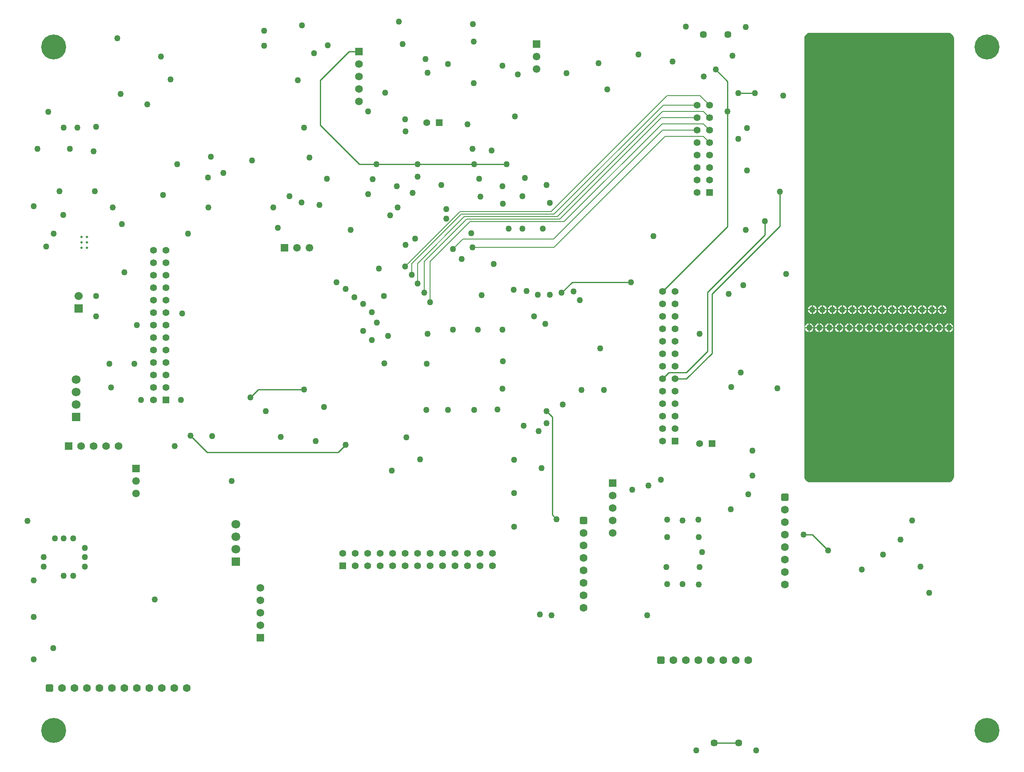
<source format=gbr>
G04*
G04 #@! TF.GenerationSoftware,Altium Limited,Altium Designer,23.9.2 (47)*
G04*
G04 Layer_Physical_Order=2*
G04 Layer_Color=6736896*
%FSLAX44Y44*%
%MOMM*%
G71*
G04*
G04 #@! TF.SameCoordinates,8F5B2CAB-9582-47EE-AD33-95BA57DA0C1B*
G04*
G04*
G04 #@! TF.FilePolarity,Positive*
G04*
G01*
G75*
%ADD141C,1.5700*%
%ADD142R,1.5700X1.5700*%
%ADD143R,1.5700X1.5700*%
%ADD149C,1.6700*%
%ADD150R,1.6700X1.6700*%
%ADD153R,1.3900X1.3900*%
%ADD154R,1.3890X1.3890*%
%ADD155C,1.3890*%
%ADD156R,1.3900X1.3900*%
%ADD164C,1.3900*%
%ADD165C,0.2540*%
%ADD172C,0.1270*%
%ADD173C,1.4500*%
%ADD174C,1.6000*%
G04:AMPARAMS|DCode=175|XSize=1.6mm|YSize=1.6mm|CornerRadius=0.4mm|HoleSize=0mm|Usage=FLASHONLY|Rotation=0.000|XOffset=0mm|YOffset=0mm|HoleType=Round|Shape=RoundedRectangle|*
%AMROUNDEDRECTD175*
21,1,1.6000,0.8000,0,0,0.0*
21,1,0.8000,1.6000,0,0,0.0*
1,1,0.8000,0.4000,-0.4000*
1,1,0.8000,-0.4000,-0.4000*
1,1,0.8000,-0.4000,0.4000*
1,1,0.8000,0.4000,0.4000*
%
%ADD175ROUNDEDRECTD175*%
G04:AMPARAMS|DCode=176|XSize=1.6mm|YSize=1.6mm|CornerRadius=0.4mm|HoleSize=0mm|Usage=FLASHONLY|Rotation=270.000|XOffset=0mm|YOffset=0mm|HoleType=Round|Shape=RoundedRectangle|*
%AMROUNDEDRECTD176*
21,1,1.6000,0.8000,0,0,270.0*
21,1,0.8000,1.6000,0,0,270.0*
1,1,0.8000,-0.4000,-0.4000*
1,1,0.8000,-0.4000,0.4000*
1,1,0.8000,0.4000,0.4000*
1,1,0.8000,0.4000,-0.4000*
%
%ADD176ROUNDEDRECTD176*%
%ADD177C,5.0800*%
%ADD178R,1.4000X1.4000*%
%ADD179C,1.4000*%
%ADD180R,1.8000X1.8000*%
%ADD181C,1.8000*%
%ADD182R,1.5500X1.5500*%
%ADD183C,1.5500*%
%ADD184R,1.5500X1.5500*%
%ADD185C,1.2700*%
%ADD186C,0.5000*%
G36*
X2520950Y1741170D02*
Y1741170D01*
X2522201Y1741170D01*
X2524654Y1740682D01*
X2526966Y1739724D01*
X2529046Y1738335D01*
X2530815Y1736566D01*
X2532205Y1734486D01*
X2533162Y1732174D01*
X2533650Y1729721D01*
X2533650Y1728470D01*
X2533650Y838200D01*
X2533650Y838200D01*
Y836949D01*
X2533162Y834495D01*
X2532204Y832184D01*
X2530815Y830104D01*
X2529046Y828335D01*
X2526966Y826945D01*
X2524654Y825988D01*
X2522201Y825500D01*
X2240299D01*
X2237845Y825988D01*
X2235534Y826945D01*
X2233454Y828335D01*
X2231685Y830104D01*
X2230295Y832184D01*
X2229338Y834495D01*
X2228850Y836949D01*
Y838200D01*
Y1728470D01*
Y1729721D01*
X2229338Y1732174D01*
X2230295Y1734486D01*
X2231685Y1736566D01*
X2233454Y1738335D01*
X2235534Y1739725D01*
X2237845Y1740682D01*
X2240299Y1741170D01*
X2520950D01*
X2520950Y1741170D01*
D02*
G37*
%LPC*%
G36*
X2510790Y1186153D02*
Y1178560D01*
X2518383D01*
X2517804Y1180721D01*
X2516634Y1182749D01*
X2514979Y1184404D01*
X2512951Y1185574D01*
X2510790Y1186153D01*
D02*
G37*
G36*
X2508250D02*
X2506089Y1185574D01*
X2504061Y1184404D01*
X2502406Y1182749D01*
X2501236Y1180721D01*
X2500657Y1178560D01*
X2508250D01*
Y1186153D01*
D02*
G37*
G36*
X2490470D02*
Y1178560D01*
X2498063D01*
X2497484Y1180721D01*
X2496314Y1182749D01*
X2494659Y1184404D01*
X2492631Y1185574D01*
X2490470Y1186153D01*
D02*
G37*
G36*
X2487930D02*
X2485769Y1185574D01*
X2483741Y1184404D01*
X2482086Y1182749D01*
X2480916Y1180721D01*
X2480337Y1178560D01*
X2487930D01*
Y1186153D01*
D02*
G37*
G36*
X2470150D02*
Y1178560D01*
X2477743D01*
X2477164Y1180721D01*
X2475994Y1182749D01*
X2474339Y1184404D01*
X2472311Y1185574D01*
X2470150Y1186153D01*
D02*
G37*
G36*
X2467610D02*
X2465449Y1185574D01*
X2463421Y1184404D01*
X2461766Y1182749D01*
X2460596Y1180721D01*
X2460017Y1178560D01*
X2467610D01*
Y1186153D01*
D02*
G37*
G36*
X2449830D02*
Y1178560D01*
X2457423D01*
X2456844Y1180721D01*
X2455674Y1182749D01*
X2454019Y1184404D01*
X2451991Y1185574D01*
X2449830Y1186153D01*
D02*
G37*
G36*
X2447290D02*
X2445129Y1185574D01*
X2443101Y1184404D01*
X2441446Y1182749D01*
X2440276Y1180721D01*
X2439697Y1178560D01*
X2447290D01*
Y1186153D01*
D02*
G37*
G36*
X2429510D02*
Y1178560D01*
X2437103D01*
X2436524Y1180721D01*
X2435354Y1182749D01*
X2433699Y1184404D01*
X2431671Y1185574D01*
X2429510Y1186153D01*
D02*
G37*
G36*
X2426970D02*
X2424809Y1185574D01*
X2422781Y1184404D01*
X2421126Y1182749D01*
X2419956Y1180721D01*
X2419377Y1178560D01*
X2426970D01*
Y1186153D01*
D02*
G37*
G36*
X2409190D02*
Y1178560D01*
X2416783D01*
X2416204Y1180721D01*
X2415034Y1182749D01*
X2413379Y1184404D01*
X2411351Y1185574D01*
X2409190Y1186153D01*
D02*
G37*
G36*
X2406650D02*
X2404489Y1185574D01*
X2402461Y1184404D01*
X2400806Y1182749D01*
X2399636Y1180721D01*
X2399057Y1178560D01*
X2406650D01*
Y1186153D01*
D02*
G37*
G36*
X2388870D02*
Y1178560D01*
X2396463D01*
X2395884Y1180721D01*
X2394714Y1182749D01*
X2393059Y1184404D01*
X2391031Y1185574D01*
X2388870Y1186153D01*
D02*
G37*
G36*
X2386330D02*
X2384169Y1185574D01*
X2382141Y1184404D01*
X2380486Y1182749D01*
X2379316Y1180721D01*
X2378737Y1178560D01*
X2386330D01*
Y1186153D01*
D02*
G37*
G36*
X2368550D02*
Y1178560D01*
X2376143D01*
X2375564Y1180721D01*
X2374394Y1182749D01*
X2372739Y1184404D01*
X2370711Y1185574D01*
X2368550Y1186153D01*
D02*
G37*
G36*
X2366010D02*
X2363849Y1185574D01*
X2361821Y1184404D01*
X2360166Y1182749D01*
X2358996Y1180721D01*
X2358417Y1178560D01*
X2366010D01*
Y1186153D01*
D02*
G37*
G36*
X2348230D02*
Y1178560D01*
X2355823D01*
X2355244Y1180721D01*
X2354074Y1182749D01*
X2352419Y1184404D01*
X2350391Y1185574D01*
X2348230Y1186153D01*
D02*
G37*
G36*
X2345690D02*
X2343529Y1185574D01*
X2341501Y1184404D01*
X2339846Y1182749D01*
X2338676Y1180721D01*
X2338097Y1178560D01*
X2345690D01*
Y1186153D01*
D02*
G37*
G36*
X2327910D02*
Y1178560D01*
X2335503D01*
X2334924Y1180721D01*
X2333754Y1182749D01*
X2332099Y1184404D01*
X2330071Y1185574D01*
X2327910Y1186153D01*
D02*
G37*
G36*
X2325370D02*
X2323209Y1185574D01*
X2321181Y1184404D01*
X2319526Y1182749D01*
X2318356Y1180721D01*
X2317777Y1178560D01*
X2325370D01*
Y1186153D01*
D02*
G37*
G36*
X2307590D02*
Y1178560D01*
X2315183D01*
X2314604Y1180721D01*
X2313434Y1182749D01*
X2311779Y1184404D01*
X2309751Y1185574D01*
X2307590Y1186153D01*
D02*
G37*
G36*
X2305050D02*
X2302889Y1185574D01*
X2300861Y1184404D01*
X2299206Y1182749D01*
X2298036Y1180721D01*
X2297457Y1178560D01*
X2305050D01*
Y1186153D01*
D02*
G37*
G36*
X2287270D02*
Y1178560D01*
X2294863D01*
X2294284Y1180721D01*
X2293114Y1182749D01*
X2291459Y1184404D01*
X2289431Y1185574D01*
X2287270Y1186153D01*
D02*
G37*
G36*
X2284730D02*
X2282569Y1185574D01*
X2280541Y1184404D01*
X2278886Y1182749D01*
X2277716Y1180721D01*
X2277137Y1178560D01*
X2284730D01*
Y1186153D01*
D02*
G37*
G36*
X2266950D02*
Y1178560D01*
X2274543D01*
X2273964Y1180721D01*
X2272794Y1182749D01*
X2271139Y1184404D01*
X2269111Y1185574D01*
X2266950Y1186153D01*
D02*
G37*
G36*
X2264410D02*
X2262249Y1185574D01*
X2260221Y1184404D01*
X2258566Y1182749D01*
X2257396Y1180721D01*
X2256817Y1178560D01*
X2264410D01*
Y1186153D01*
D02*
G37*
G36*
X2246630D02*
Y1178560D01*
X2254223D01*
X2253644Y1180721D01*
X2252474Y1182749D01*
X2250819Y1184404D01*
X2248791Y1185574D01*
X2246630Y1186153D01*
D02*
G37*
G36*
X2244090D02*
X2241929Y1185574D01*
X2239901Y1184404D01*
X2238246Y1182749D01*
X2237076Y1180721D01*
X2236497Y1178560D01*
X2244090D01*
Y1186153D01*
D02*
G37*
G36*
X2518383Y1176020D02*
X2510790D01*
Y1168427D01*
X2512951Y1169006D01*
X2514979Y1170176D01*
X2516634Y1171831D01*
X2517804Y1173859D01*
X2518383Y1176020D01*
D02*
G37*
G36*
X2508250D02*
X2500657D01*
X2501236Y1173859D01*
X2502406Y1171831D01*
X2504061Y1170176D01*
X2506089Y1169006D01*
X2508250Y1168427D01*
Y1176020D01*
D02*
G37*
G36*
X2498063D02*
X2490470D01*
Y1168427D01*
X2492631Y1169006D01*
X2494659Y1170176D01*
X2496314Y1171831D01*
X2497484Y1173859D01*
X2498063Y1176020D01*
D02*
G37*
G36*
X2487930D02*
X2480337D01*
X2480916Y1173859D01*
X2482086Y1171831D01*
X2483741Y1170176D01*
X2485769Y1169006D01*
X2487930Y1168427D01*
Y1176020D01*
D02*
G37*
G36*
X2477743D02*
X2470150D01*
Y1168427D01*
X2472311Y1169006D01*
X2474339Y1170176D01*
X2475994Y1171831D01*
X2477164Y1173859D01*
X2477743Y1176020D01*
D02*
G37*
G36*
X2467610D02*
X2460017D01*
X2460596Y1173859D01*
X2461766Y1171831D01*
X2463421Y1170176D01*
X2465449Y1169006D01*
X2467610Y1168427D01*
Y1176020D01*
D02*
G37*
G36*
X2457423D02*
X2449830D01*
Y1168427D01*
X2451991Y1169006D01*
X2454019Y1170176D01*
X2455674Y1171831D01*
X2456844Y1173859D01*
X2457423Y1176020D01*
D02*
G37*
G36*
X2447290D02*
X2439697D01*
X2440276Y1173859D01*
X2441446Y1171831D01*
X2443101Y1170176D01*
X2445129Y1169006D01*
X2447290Y1168427D01*
Y1176020D01*
D02*
G37*
G36*
X2437103D02*
X2429510D01*
Y1168427D01*
X2431671Y1169006D01*
X2433699Y1170176D01*
X2435354Y1171831D01*
X2436524Y1173859D01*
X2437103Y1176020D01*
D02*
G37*
G36*
X2426970D02*
X2419377D01*
X2419956Y1173859D01*
X2421126Y1171831D01*
X2422781Y1170176D01*
X2424809Y1169006D01*
X2426970Y1168427D01*
Y1176020D01*
D02*
G37*
G36*
X2416783D02*
X2409190D01*
Y1168427D01*
X2411351Y1169006D01*
X2413379Y1170176D01*
X2415034Y1171831D01*
X2416204Y1173859D01*
X2416783Y1176020D01*
D02*
G37*
G36*
X2406650D02*
X2399057D01*
X2399636Y1173859D01*
X2400806Y1171831D01*
X2402461Y1170176D01*
X2404489Y1169006D01*
X2406650Y1168427D01*
Y1176020D01*
D02*
G37*
G36*
X2396463D02*
X2388870D01*
Y1168427D01*
X2391031Y1169006D01*
X2393059Y1170176D01*
X2394714Y1171831D01*
X2395884Y1173859D01*
X2396463Y1176020D01*
D02*
G37*
G36*
X2386330D02*
X2378737D01*
X2379316Y1173859D01*
X2380486Y1171831D01*
X2382141Y1170176D01*
X2384169Y1169006D01*
X2386330Y1168427D01*
Y1176020D01*
D02*
G37*
G36*
X2376143D02*
X2368550D01*
Y1168427D01*
X2370711Y1169006D01*
X2372739Y1170176D01*
X2374394Y1171831D01*
X2375564Y1173859D01*
X2376143Y1176020D01*
D02*
G37*
G36*
X2366010D02*
X2358417D01*
X2358996Y1173859D01*
X2360166Y1171831D01*
X2361821Y1170176D01*
X2363849Y1169006D01*
X2366010Y1168427D01*
Y1176020D01*
D02*
G37*
G36*
X2355823D02*
X2348230D01*
Y1168427D01*
X2350391Y1169006D01*
X2352419Y1170176D01*
X2354074Y1171831D01*
X2355244Y1173859D01*
X2355823Y1176020D01*
D02*
G37*
G36*
X2345690D02*
X2338097D01*
X2338676Y1173859D01*
X2339846Y1171831D01*
X2341501Y1170176D01*
X2343529Y1169006D01*
X2345690Y1168427D01*
Y1176020D01*
D02*
G37*
G36*
X2335503D02*
X2327910D01*
Y1168427D01*
X2330071Y1169006D01*
X2332099Y1170176D01*
X2333754Y1171831D01*
X2334924Y1173859D01*
X2335503Y1176020D01*
D02*
G37*
G36*
X2325370D02*
X2317777D01*
X2318356Y1173859D01*
X2319526Y1171831D01*
X2321181Y1170176D01*
X2323209Y1169006D01*
X2325370Y1168427D01*
Y1176020D01*
D02*
G37*
G36*
X2315183D02*
X2307590D01*
Y1168427D01*
X2309751Y1169006D01*
X2311779Y1170176D01*
X2313434Y1171831D01*
X2314604Y1173859D01*
X2315183Y1176020D01*
D02*
G37*
G36*
X2305050D02*
X2297457D01*
X2298036Y1173859D01*
X2299206Y1171831D01*
X2300861Y1170176D01*
X2302889Y1169006D01*
X2305050Y1168427D01*
Y1176020D01*
D02*
G37*
G36*
X2294863D02*
X2287270D01*
Y1168427D01*
X2289431Y1169006D01*
X2291459Y1170176D01*
X2293114Y1171831D01*
X2294284Y1173859D01*
X2294863Y1176020D01*
D02*
G37*
G36*
X2284730D02*
X2277137D01*
X2277716Y1173859D01*
X2278886Y1171831D01*
X2280541Y1170176D01*
X2282569Y1169006D01*
X2284730Y1168427D01*
Y1176020D01*
D02*
G37*
G36*
X2274543D02*
X2266950D01*
Y1168427D01*
X2269111Y1169006D01*
X2271139Y1170176D01*
X2272794Y1171831D01*
X2273964Y1173859D01*
X2274543Y1176020D01*
D02*
G37*
G36*
X2264410D02*
X2256817D01*
X2257396Y1173859D01*
X2258566Y1171831D01*
X2260221Y1170176D01*
X2262249Y1169006D01*
X2264410Y1168427D01*
Y1176020D01*
D02*
G37*
G36*
X2254223D02*
X2246630D01*
Y1168427D01*
X2248791Y1169006D01*
X2250819Y1170176D01*
X2252474Y1171831D01*
X2253644Y1173859D01*
X2254223Y1176020D01*
D02*
G37*
G36*
X2244090D02*
X2236497D01*
X2237076Y1173859D01*
X2238246Y1171831D01*
X2239901Y1170176D01*
X2241929Y1169006D01*
X2244090Y1168427D01*
Y1176020D01*
D02*
G37*
G36*
X2524760Y1149323D02*
Y1141730D01*
X2532353D01*
X2531774Y1143891D01*
X2530604Y1145919D01*
X2528949Y1147574D01*
X2526921Y1148744D01*
X2524760Y1149323D01*
D02*
G37*
G36*
X2522220D02*
X2520059Y1148744D01*
X2518031Y1147574D01*
X2516376Y1145919D01*
X2515206Y1143891D01*
X2514627Y1141730D01*
X2522220D01*
Y1149323D01*
D02*
G37*
G36*
X2504440D02*
Y1141730D01*
X2512033D01*
X2511454Y1143891D01*
X2510284Y1145919D01*
X2508629Y1147574D01*
X2506601Y1148744D01*
X2504440Y1149323D01*
D02*
G37*
G36*
X2501900D02*
X2499739Y1148744D01*
X2497711Y1147574D01*
X2496056Y1145919D01*
X2494886Y1143891D01*
X2494307Y1141730D01*
X2501900D01*
Y1149323D01*
D02*
G37*
G36*
X2484120D02*
Y1141730D01*
X2491713D01*
X2491134Y1143891D01*
X2489964Y1145919D01*
X2488309Y1147574D01*
X2486281Y1148744D01*
X2484120Y1149323D01*
D02*
G37*
G36*
X2481580D02*
X2479419Y1148744D01*
X2477391Y1147574D01*
X2475736Y1145919D01*
X2474566Y1143891D01*
X2473987Y1141730D01*
X2481580D01*
Y1149323D01*
D02*
G37*
G36*
X2463800D02*
Y1141730D01*
X2471393D01*
X2470814Y1143891D01*
X2469644Y1145919D01*
X2467989Y1147574D01*
X2465961Y1148744D01*
X2463800Y1149323D01*
D02*
G37*
G36*
X2461260D02*
X2459099Y1148744D01*
X2457071Y1147574D01*
X2455416Y1145919D01*
X2454246Y1143891D01*
X2453667Y1141730D01*
X2461260D01*
Y1149323D01*
D02*
G37*
G36*
X2443480D02*
Y1141730D01*
X2451073D01*
X2450494Y1143891D01*
X2449324Y1145919D01*
X2447669Y1147574D01*
X2445641Y1148744D01*
X2443480Y1149323D01*
D02*
G37*
G36*
X2440940D02*
X2438779Y1148744D01*
X2436751Y1147574D01*
X2435096Y1145919D01*
X2433926Y1143891D01*
X2433347Y1141730D01*
X2440940D01*
Y1149323D01*
D02*
G37*
G36*
X2423160D02*
Y1141730D01*
X2430753D01*
X2430174Y1143891D01*
X2429004Y1145919D01*
X2427349Y1147574D01*
X2425321Y1148744D01*
X2423160Y1149323D01*
D02*
G37*
G36*
X2420620D02*
X2418459Y1148744D01*
X2416431Y1147574D01*
X2414776Y1145919D01*
X2413606Y1143891D01*
X2413027Y1141730D01*
X2420620D01*
Y1149323D01*
D02*
G37*
G36*
X2402840D02*
Y1141730D01*
X2410433D01*
X2409854Y1143891D01*
X2408684Y1145919D01*
X2407029Y1147574D01*
X2405001Y1148744D01*
X2402840Y1149323D01*
D02*
G37*
G36*
X2400300D02*
X2398139Y1148744D01*
X2396111Y1147574D01*
X2394456Y1145919D01*
X2393286Y1143891D01*
X2392707Y1141730D01*
X2400300D01*
Y1149323D01*
D02*
G37*
G36*
X2382520D02*
Y1141730D01*
X2390113D01*
X2389534Y1143891D01*
X2388364Y1145919D01*
X2386709Y1147574D01*
X2384681Y1148744D01*
X2382520Y1149323D01*
D02*
G37*
G36*
X2379980D02*
X2377819Y1148744D01*
X2375791Y1147574D01*
X2374136Y1145919D01*
X2372966Y1143891D01*
X2372387Y1141730D01*
X2379980D01*
Y1149323D01*
D02*
G37*
G36*
X2362200D02*
Y1141730D01*
X2369793D01*
X2369214Y1143891D01*
X2368044Y1145919D01*
X2366389Y1147574D01*
X2364361Y1148744D01*
X2362200Y1149323D01*
D02*
G37*
G36*
X2359660D02*
X2357499Y1148744D01*
X2355471Y1147574D01*
X2353816Y1145919D01*
X2352646Y1143891D01*
X2352067Y1141730D01*
X2359660D01*
Y1149323D01*
D02*
G37*
G36*
X2341880D02*
Y1141730D01*
X2349473D01*
X2348894Y1143891D01*
X2347724Y1145919D01*
X2346069Y1147574D01*
X2344041Y1148744D01*
X2341880Y1149323D01*
D02*
G37*
G36*
X2339340D02*
X2337179Y1148744D01*
X2335151Y1147574D01*
X2333496Y1145919D01*
X2332326Y1143891D01*
X2331747Y1141730D01*
X2339340D01*
Y1149323D01*
D02*
G37*
G36*
X2321560D02*
Y1141730D01*
X2329153D01*
X2328574Y1143891D01*
X2327404Y1145919D01*
X2325749Y1147574D01*
X2323721Y1148744D01*
X2321560Y1149323D01*
D02*
G37*
G36*
X2319020D02*
X2316859Y1148744D01*
X2314831Y1147574D01*
X2313176Y1145919D01*
X2312006Y1143891D01*
X2311427Y1141730D01*
X2319020D01*
Y1149323D01*
D02*
G37*
G36*
X2301240D02*
Y1141730D01*
X2308833D01*
X2308254Y1143891D01*
X2307084Y1145919D01*
X2305429Y1147574D01*
X2303401Y1148744D01*
X2301240Y1149323D01*
D02*
G37*
G36*
X2298700D02*
X2296539Y1148744D01*
X2294511Y1147574D01*
X2292856Y1145919D01*
X2291686Y1143891D01*
X2291107Y1141730D01*
X2298700D01*
Y1149323D01*
D02*
G37*
G36*
X2280920D02*
Y1141730D01*
X2288513D01*
X2287934Y1143891D01*
X2286764Y1145919D01*
X2285109Y1147574D01*
X2283081Y1148744D01*
X2280920Y1149323D01*
D02*
G37*
G36*
X2278380D02*
X2276219Y1148744D01*
X2274191Y1147574D01*
X2272536Y1145919D01*
X2271366Y1143891D01*
X2270787Y1141730D01*
X2278380D01*
Y1149323D01*
D02*
G37*
G36*
X2260600D02*
Y1141730D01*
X2268193D01*
X2267614Y1143891D01*
X2266444Y1145919D01*
X2264789Y1147574D01*
X2262761Y1148744D01*
X2260600Y1149323D01*
D02*
G37*
G36*
X2258060D02*
X2255899Y1148744D01*
X2253871Y1147574D01*
X2252216Y1145919D01*
X2251046Y1143891D01*
X2250467Y1141730D01*
X2258060D01*
Y1149323D01*
D02*
G37*
G36*
X2240280D02*
Y1141730D01*
X2247873D01*
X2247294Y1143891D01*
X2246124Y1145919D01*
X2244469Y1147574D01*
X2242441Y1148744D01*
X2240280Y1149323D01*
D02*
G37*
G36*
X2237740D02*
X2235579Y1148744D01*
X2233551Y1147574D01*
X2231896Y1145919D01*
X2230726Y1143891D01*
X2230147Y1141730D01*
X2237740D01*
Y1149323D01*
D02*
G37*
G36*
X2532353Y1139190D02*
X2524760D01*
Y1131597D01*
X2526921Y1132176D01*
X2528949Y1133346D01*
X2530604Y1135001D01*
X2531774Y1137029D01*
X2532353Y1139190D01*
D02*
G37*
G36*
X2522220D02*
X2514627D01*
X2515206Y1137029D01*
X2516376Y1135001D01*
X2518031Y1133346D01*
X2520059Y1132176D01*
X2522220Y1131597D01*
Y1139190D01*
D02*
G37*
G36*
X2512033D02*
X2504440D01*
Y1131597D01*
X2506601Y1132176D01*
X2508629Y1133346D01*
X2510284Y1135001D01*
X2511454Y1137029D01*
X2512033Y1139190D01*
D02*
G37*
G36*
X2501900D02*
X2494307D01*
X2494886Y1137029D01*
X2496056Y1135001D01*
X2497711Y1133346D01*
X2499739Y1132176D01*
X2501900Y1131597D01*
Y1139190D01*
D02*
G37*
G36*
X2491713D02*
X2484120D01*
Y1131597D01*
X2486281Y1132176D01*
X2488309Y1133346D01*
X2489964Y1135001D01*
X2491134Y1137029D01*
X2491713Y1139190D01*
D02*
G37*
G36*
X2481580D02*
X2473987D01*
X2474566Y1137029D01*
X2475736Y1135001D01*
X2477391Y1133346D01*
X2479419Y1132176D01*
X2481580Y1131597D01*
Y1139190D01*
D02*
G37*
G36*
X2471393D02*
X2463800D01*
Y1131597D01*
X2465961Y1132176D01*
X2467989Y1133346D01*
X2469644Y1135001D01*
X2470814Y1137029D01*
X2471393Y1139190D01*
D02*
G37*
G36*
X2461260D02*
X2453667D01*
X2454246Y1137029D01*
X2455416Y1135001D01*
X2457071Y1133346D01*
X2459099Y1132176D01*
X2461260Y1131597D01*
Y1139190D01*
D02*
G37*
G36*
X2451073D02*
X2443480D01*
Y1131597D01*
X2445641Y1132176D01*
X2447669Y1133346D01*
X2449324Y1135001D01*
X2450494Y1137029D01*
X2451073Y1139190D01*
D02*
G37*
G36*
X2440940D02*
X2433347D01*
X2433926Y1137029D01*
X2435096Y1135001D01*
X2436751Y1133346D01*
X2438779Y1132176D01*
X2440940Y1131597D01*
Y1139190D01*
D02*
G37*
G36*
X2430753D02*
X2423160D01*
Y1131597D01*
X2425321Y1132176D01*
X2427349Y1133346D01*
X2429004Y1135001D01*
X2430174Y1137029D01*
X2430753Y1139190D01*
D02*
G37*
G36*
X2420620D02*
X2413027D01*
X2413606Y1137029D01*
X2414776Y1135001D01*
X2416431Y1133346D01*
X2418459Y1132176D01*
X2420620Y1131597D01*
Y1139190D01*
D02*
G37*
G36*
X2410433D02*
X2402840D01*
Y1131597D01*
X2405001Y1132176D01*
X2407029Y1133346D01*
X2408684Y1135001D01*
X2409854Y1137029D01*
X2410433Y1139190D01*
D02*
G37*
G36*
X2400300D02*
X2392707D01*
X2393286Y1137029D01*
X2394456Y1135001D01*
X2396111Y1133346D01*
X2398139Y1132176D01*
X2400300Y1131597D01*
Y1139190D01*
D02*
G37*
G36*
X2390113D02*
X2382520D01*
Y1131597D01*
X2384681Y1132176D01*
X2386709Y1133346D01*
X2388364Y1135001D01*
X2389534Y1137029D01*
X2390113Y1139190D01*
D02*
G37*
G36*
X2379980D02*
X2372387D01*
X2372966Y1137029D01*
X2374136Y1135001D01*
X2375791Y1133346D01*
X2377819Y1132176D01*
X2379980Y1131597D01*
Y1139190D01*
D02*
G37*
G36*
X2369793D02*
X2362200D01*
Y1131597D01*
X2364361Y1132176D01*
X2366389Y1133346D01*
X2368044Y1135001D01*
X2369214Y1137029D01*
X2369793Y1139190D01*
D02*
G37*
G36*
X2359660D02*
X2352067D01*
X2352646Y1137029D01*
X2353816Y1135001D01*
X2355471Y1133346D01*
X2357499Y1132176D01*
X2359660Y1131597D01*
Y1139190D01*
D02*
G37*
G36*
X2349473D02*
X2341880D01*
Y1131597D01*
X2344041Y1132176D01*
X2346069Y1133346D01*
X2347724Y1135001D01*
X2348894Y1137029D01*
X2349473Y1139190D01*
D02*
G37*
G36*
X2339340D02*
X2331747D01*
X2332326Y1137029D01*
X2333496Y1135001D01*
X2335151Y1133346D01*
X2337179Y1132176D01*
X2339340Y1131597D01*
Y1139190D01*
D02*
G37*
G36*
X2329153D02*
X2321560D01*
Y1131597D01*
X2323721Y1132176D01*
X2325749Y1133346D01*
X2327404Y1135001D01*
X2328574Y1137029D01*
X2329153Y1139190D01*
D02*
G37*
G36*
X2319020D02*
X2311427D01*
X2312006Y1137029D01*
X2313176Y1135001D01*
X2314831Y1133346D01*
X2316859Y1132176D01*
X2319020Y1131597D01*
Y1139190D01*
D02*
G37*
G36*
X2308833D02*
X2301240D01*
Y1131597D01*
X2303401Y1132176D01*
X2305429Y1133346D01*
X2307084Y1135001D01*
X2308254Y1137029D01*
X2308833Y1139190D01*
D02*
G37*
G36*
X2298700D02*
X2291107D01*
X2291686Y1137029D01*
X2292856Y1135001D01*
X2294511Y1133346D01*
X2296539Y1132176D01*
X2298700Y1131597D01*
Y1139190D01*
D02*
G37*
G36*
X2288513D02*
X2280920D01*
Y1131597D01*
X2283081Y1132176D01*
X2285109Y1133346D01*
X2286764Y1135001D01*
X2287934Y1137029D01*
X2288513Y1139190D01*
D02*
G37*
G36*
X2278380D02*
X2270787D01*
X2271366Y1137029D01*
X2272536Y1135001D01*
X2274191Y1133346D01*
X2276219Y1132176D01*
X2278380Y1131597D01*
Y1139190D01*
D02*
G37*
G36*
X2268193D02*
X2260600D01*
Y1131597D01*
X2262761Y1132176D01*
X2264789Y1133346D01*
X2266444Y1135001D01*
X2267614Y1137029D01*
X2268193Y1139190D01*
D02*
G37*
G36*
X2258060D02*
X2250467D01*
X2251046Y1137029D01*
X2252216Y1135001D01*
X2253871Y1133346D01*
X2255899Y1132176D01*
X2258060Y1131597D01*
Y1139190D01*
D02*
G37*
G36*
X2247873D02*
X2240280D01*
Y1131597D01*
X2242441Y1132176D01*
X2244469Y1133346D01*
X2246124Y1135001D01*
X2247294Y1137029D01*
X2247873Y1139190D01*
D02*
G37*
G36*
X2237740D02*
X2230147D01*
X2230726Y1137029D01*
X2231896Y1135001D01*
X2233551Y1133346D01*
X2235579Y1132176D01*
X2237740Y1131597D01*
Y1139190D01*
D02*
G37*
%LPD*%
D141*
X1838960Y722630D02*
D03*
Y748030D02*
D03*
Y773430D02*
D03*
Y798830D02*
D03*
X1322070Y1601470D02*
D03*
Y1626870D02*
D03*
Y1652270D02*
D03*
Y1677670D02*
D03*
X833120Y899160D02*
D03*
X807720D02*
D03*
X782320D02*
D03*
X756920D02*
D03*
X1121410Y610870D02*
D03*
Y585470D02*
D03*
Y560070D02*
D03*
Y534670D02*
D03*
D142*
X1838960Y824230D02*
D03*
X1322070Y1703070D02*
D03*
X1121410Y509270D02*
D03*
D143*
X731520Y899160D02*
D03*
D149*
X751840Y1205230D02*
D03*
D150*
Y1179830D02*
D03*
D153*
X929660Y993140D02*
D03*
X1965980Y909320D02*
D03*
D154*
X2035810Y1416050D02*
D03*
D155*
Y1441450D02*
D03*
Y1466850D02*
D03*
Y1492250D02*
D03*
Y1517650D02*
D03*
Y1543050D02*
D03*
Y1568450D02*
D03*
Y1593850D02*
D03*
X2010410Y1416050D02*
D03*
Y1441450D02*
D03*
Y1466850D02*
D03*
Y1492250D02*
D03*
Y1517650D02*
D03*
Y1543050D02*
D03*
Y1568450D02*
D03*
Y1593850D02*
D03*
D156*
X1289050Y655300D02*
D03*
D164*
X904260Y1297940D02*
D03*
Y1272540D02*
D03*
Y1247140D02*
D03*
Y1221740D02*
D03*
Y1196340D02*
D03*
Y1170940D02*
D03*
Y1145540D02*
D03*
Y1120140D02*
D03*
Y1094740D02*
D03*
Y1069340D02*
D03*
Y1043940D02*
D03*
Y1018540D02*
D03*
Y993140D02*
D03*
X929660Y1297940D02*
D03*
Y1272540D02*
D03*
Y1247140D02*
D03*
Y1221740D02*
D03*
Y1196340D02*
D03*
Y1170940D02*
D03*
Y1145540D02*
D03*
Y1120140D02*
D03*
Y1094740D02*
D03*
Y1069340D02*
D03*
Y1043940D02*
D03*
Y1018540D02*
D03*
X1940580Y1214120D02*
D03*
Y1188720D02*
D03*
Y1163320D02*
D03*
Y1137920D02*
D03*
Y1112520D02*
D03*
Y1087120D02*
D03*
Y1061720D02*
D03*
Y1036320D02*
D03*
Y1010920D02*
D03*
Y985520D02*
D03*
Y960120D02*
D03*
Y934720D02*
D03*
Y909320D02*
D03*
X1965980Y1214120D02*
D03*
Y1188720D02*
D03*
Y1163320D02*
D03*
Y1137920D02*
D03*
Y1112520D02*
D03*
Y1087120D02*
D03*
Y1061720D02*
D03*
Y1036320D02*
D03*
Y1010920D02*
D03*
Y985520D02*
D03*
Y960120D02*
D03*
Y934720D02*
D03*
X1593850Y680700D02*
D03*
X1568450D02*
D03*
X1543050D02*
D03*
X1517650D02*
D03*
X1492250D02*
D03*
X1466850D02*
D03*
X1441450D02*
D03*
X1416050D02*
D03*
X1390650D02*
D03*
X1365250D02*
D03*
X1339850D02*
D03*
X1314450D02*
D03*
X1289050D02*
D03*
X1593850Y655300D02*
D03*
X1568450D02*
D03*
X1543050D02*
D03*
X1517650D02*
D03*
X1492250D02*
D03*
X1466850D02*
D03*
X1441450D02*
D03*
X1416050D02*
D03*
X1390650D02*
D03*
X1365250D02*
D03*
X1339850D02*
D03*
X1314450D02*
D03*
D165*
X2045260Y294970D02*
X2095260D01*
X2179320Y1347470D02*
Y1417320D01*
X2040890Y1209040D02*
X2179320Y1347470D01*
X2032000Y1212850D02*
X2148840Y1329690D01*
Y1357630D01*
X2245360Y718820D02*
X2277110Y687070D01*
X2227580Y718820D02*
X2245360D01*
X1756410Y1233170D02*
X1875790D01*
X1734820Y1211580D02*
X1756410Y1233170D01*
X2072640Y1581150D02*
Y1642110D01*
Y1346180D02*
Y1581150D01*
X2094230Y1617980D02*
X2128520D01*
X1940580Y1214120D02*
X2072640Y1346180D01*
X2048510Y1666240D02*
X2072640Y1642110D01*
X2032000Y1092200D02*
Y1212850D01*
X1101090Y998220D02*
X1117600Y1014730D01*
X1210310D01*
X1965980Y1036320D02*
X1988820D01*
X2040890Y1088390D01*
Y1209040D01*
X1953280Y1049020D02*
X1988820D01*
X2032000Y1092200D01*
X1940580Y1036320D02*
X1953280Y1049020D01*
X1280160Y886460D02*
X1295400Y901700D01*
X1013460Y886460D02*
X1280160D01*
X979170Y920750D02*
X1013460Y886460D01*
X1357630Y1473200D02*
X1623060D01*
X1323340D02*
X1357630D01*
X1243330Y1553210D02*
X1323340Y1473200D01*
X1243330Y1553210D02*
Y1644650D01*
X1301750Y1703070D01*
X1715770Y759460D02*
X1724660Y750570D01*
X1715770Y759460D02*
Y958850D01*
X1704340Y970280D02*
X1715770Y958850D01*
X1301750Y1703070D02*
X1322070D01*
D172*
X1718310Y1320800D02*
X1940560Y1543050D01*
X1513840Y1300480D02*
X1534160Y1320800D01*
X1718310D01*
X1719580Y1304290D02*
X1945640Y1530350D01*
X1553210Y1304290D02*
X1719580D01*
X1466850Y1275080D02*
X1548130Y1356360D01*
X1739900D02*
X1939290Y1555750D01*
X1548130Y1356360D02*
X1739900D01*
X1941830Y1593850D02*
X2010410D01*
X1530350Y1371600D02*
X1719580D01*
X1941830Y1593850D01*
X1527810Y1376680D02*
X1713230D01*
X1949450Y1612900D02*
X2016760D01*
X1713230Y1376680D02*
X1949450Y1612900D01*
X2016760D02*
X2035810Y1593850D01*
X2023110Y1530350D02*
X2035810Y1517650D01*
X1945640Y1530350D02*
X2023110D01*
X1940560Y1543050D02*
X2010410D01*
X1939290Y1555750D02*
X2023110D01*
X2035810Y1543050D01*
X1725930Y1366520D02*
X1940560Y1581150D01*
X2023110D02*
X2035810Y1568450D01*
X1940560Y1581150D02*
X2023110D01*
X1938020Y1568450D02*
X2010410D01*
X1731010Y1361440D02*
X1938020Y1568450D01*
X1416050Y1264920D02*
X1527810Y1376680D01*
X1430020Y1271270D02*
X1530350Y1371600D01*
X1441450Y1271270D02*
X1536700Y1366520D01*
X1725930D01*
X1541780Y1361440D02*
X1731010D01*
X1455420Y1275080D02*
X1541780Y1361440D01*
X1466850Y1192530D02*
Y1275080D01*
X1455420Y1211580D02*
Y1275080D01*
X1441450Y1230630D02*
Y1271270D01*
X1430020Y1248410D02*
Y1271270D01*
D173*
X2095260Y294970D02*
D03*
X2045260D02*
D03*
X2073510Y1737830D02*
D03*
X2023510D02*
D03*
D174*
X971550Y406400D02*
D03*
X946150D02*
D03*
X920750D02*
D03*
X869950D02*
D03*
X844550D02*
D03*
X793750D02*
D03*
X742950D02*
D03*
X717550D02*
D03*
X768350D02*
D03*
X819150D02*
D03*
X895350D02*
D03*
X2189480Y668020D02*
D03*
Y718820D02*
D03*
Y769620D02*
D03*
Y744220D02*
D03*
Y693420D02*
D03*
Y642620D02*
D03*
Y617220D02*
D03*
X2063750Y463550D02*
D03*
X2012950D02*
D03*
X1962150D02*
D03*
X1987550D02*
D03*
X2038350D02*
D03*
X2089150D02*
D03*
X2114550D02*
D03*
X1779270Y621030D02*
D03*
Y671830D02*
D03*
Y722630D02*
D03*
Y697230D02*
D03*
Y646430D02*
D03*
Y595630D02*
D03*
Y570230D02*
D03*
D175*
X692150Y406400D02*
D03*
X1936750Y463550D02*
D03*
D176*
X2189480Y795020D02*
D03*
X1779270Y748030D02*
D03*
D177*
X2600960Y1711960D02*
D03*
Y320040D02*
D03*
X701040D02*
D03*
Y1711960D02*
D03*
D178*
X2040890Y904240D02*
D03*
X1485900Y1558290D02*
D03*
D179*
X2015490Y904240D02*
D03*
X1460500Y1558290D02*
D03*
D180*
X746760Y958850D02*
D03*
X1071880Y664210D02*
D03*
D181*
X746760Y984250D02*
D03*
Y1009650D02*
D03*
Y1035050D02*
D03*
X1071880Y740410D02*
D03*
Y715010D02*
D03*
Y689610D02*
D03*
D182*
X868680Y853440D02*
D03*
X1684020Y1718310D02*
D03*
D183*
X868680Y828040D02*
D03*
Y802640D02*
D03*
X1684020Y1667510D02*
D03*
Y1692910D02*
D03*
X1221740Y1303020D02*
D03*
X1196340D02*
D03*
D184*
X1170940D02*
D03*
D185*
X821055Y1385570D02*
D03*
X844550Y1253490D02*
D03*
X660400Y1388110D02*
D03*
X685800Y1305560D02*
D03*
X720090Y1370330D02*
D03*
X701040Y1332230D02*
D03*
X839470Y1351280D02*
D03*
X1891030Y1696720D02*
D03*
X2179320Y1417320D02*
D03*
X2109470Y1339850D02*
D03*
X2094230Y1525270D02*
D03*
X2112010Y1460500D02*
D03*
X2148840Y1357630D02*
D03*
X2482850Y600710D02*
D03*
X830580Y1729740D02*
D03*
X2345690Y647700D02*
D03*
X2388870Y678180D02*
D03*
X2277110Y687070D02*
D03*
X1714500Y554990D02*
D03*
X1690370Y556260D02*
D03*
X1875790Y1233170D02*
D03*
X1921510Y1327150D02*
D03*
X1734820Y1211580D02*
D03*
X1758950Y1214120D02*
D03*
X1771650Y1196340D02*
D03*
X1596390Y1270000D02*
D03*
X1572260Y1206500D02*
D03*
X1531620Y1280160D02*
D03*
X1553210Y1304290D02*
D03*
X1678940Y1163320D02*
D03*
X864870Y1066800D02*
D03*
X814070D02*
D03*
X2131060Y279400D02*
D03*
X2009140D02*
D03*
X2109470Y1752600D02*
D03*
X1554480Y1758950D02*
D03*
X2123440Y839470D02*
D03*
Y890270D02*
D03*
X787400Y1205230D02*
D03*
X1960880Y1682750D02*
D03*
X1809750Y1678940D02*
D03*
X1827530Y1625600D02*
D03*
X1744980Y1658620D02*
D03*
X2082800Y1694180D02*
D03*
X2185670Y1612900D02*
D03*
X2112010Y1546860D02*
D03*
X2072640Y1581150D02*
D03*
X2128520Y1617980D02*
D03*
X2094230D02*
D03*
X2015490Y1127760D02*
D03*
X2075180Y1209040D02*
D03*
X2104390Y1226820D02*
D03*
X782320Y1499870D02*
D03*
X734060Y1504950D02*
D03*
X721360Y1548130D02*
D03*
X749300D02*
D03*
X919480Y1692910D02*
D03*
X891540Y1595120D02*
D03*
X712470Y1418590D02*
D03*
X787400Y1163320D02*
D03*
X938530Y1645920D02*
D03*
X784860Y1418590D02*
D03*
X836930Y1616710D02*
D03*
X2048510Y1666240D02*
D03*
X2024380Y1652270D02*
D03*
X2424430Y708660D02*
D03*
X2227580Y718820D02*
D03*
X1062990Y828040D02*
D03*
X1023620Y919480D02*
D03*
X947420Y899160D02*
D03*
X906780Y586740D02*
D03*
X1101090Y998220D02*
D03*
X979170Y920750D02*
D03*
X960120Y993140D02*
D03*
X1389380Y849630D02*
D03*
X817880Y1018540D02*
D03*
X1564640Y1136650D02*
D03*
X1197610Y1644650D02*
D03*
X2239010Y1140460D02*
D03*
X2259330D02*
D03*
X2279650D02*
D03*
X2299970D02*
D03*
X2320290D02*
D03*
X2340610D02*
D03*
X2360930D02*
D03*
X2381250D02*
D03*
X2401570D02*
D03*
X2421890D02*
D03*
X2442210D02*
D03*
X2462530D02*
D03*
X2482850D02*
D03*
X2503170D02*
D03*
X2523490D02*
D03*
X2509520Y1177290D02*
D03*
X2489200D02*
D03*
X2468880D02*
D03*
X2448560D02*
D03*
X2428240D02*
D03*
X2407920D02*
D03*
X2387600D02*
D03*
X2367280D02*
D03*
X2346960D02*
D03*
X2326640D02*
D03*
X2306320D02*
D03*
X2286000D02*
D03*
X2265680D02*
D03*
X2245360D02*
D03*
X2114550Y801370D02*
D03*
X1230630Y1699260D02*
D03*
X1206500Y1756410D02*
D03*
X1592580Y1501140D02*
D03*
X1639570Y1570990D02*
D03*
X1543050Y1554480D02*
D03*
X1221740Y1487170D02*
D03*
X1129020Y1745470D02*
D03*
X1258570Y1715770D02*
D03*
X1557020Y1473200D02*
D03*
X1623060D02*
D03*
X1441450D02*
D03*
X1357630D02*
D03*
X1350010Y1442720D02*
D03*
X1553210Y1504950D02*
D03*
X1210310Y1548130D02*
D03*
X1417320Y1540510D02*
D03*
X1341120Y1581150D02*
D03*
X1416050Y1564640D02*
D03*
X1410970Y1718310D02*
D03*
X1403350Y1764030D02*
D03*
X660400Y551180D02*
D03*
Y464820D02*
D03*
X699770Y487680D02*
D03*
X974090Y1332230D02*
D03*
X923290Y1410970D02*
D03*
X952500Y1473200D02*
D03*
X1016000Y1385570D02*
D03*
X787400Y1549400D02*
D03*
X1645920Y1656080D02*
D03*
X1234440Y909320D02*
D03*
X1163320Y918210D02*
D03*
X1132840Y970280D02*
D03*
X1250950Y979170D02*
D03*
X878840Y993140D02*
D03*
X1638300Y735330D02*
D03*
X2192020Y1249680D02*
D03*
X2099310Y1049020D02*
D03*
X2174240Y1017270D02*
D03*
X2080260Y1019810D02*
D03*
X1210310Y1014730D02*
D03*
X1295400Y901700D02*
D03*
X1446530Y872490D02*
D03*
X1305560Y1339850D02*
D03*
X1014730Y1446530D02*
D03*
X1046480Y1455420D02*
D03*
X1104900Y1480820D02*
D03*
X1156970Y1343660D02*
D03*
X1242060Y1390650D02*
D03*
X1021080Y1488440D02*
D03*
X689610Y1579880D02*
D03*
X668020Y1504950D02*
D03*
X1148080Y1385570D02*
D03*
X1257300Y1443990D02*
D03*
X869950Y1145540D02*
D03*
X962660Y1169670D02*
D03*
X1821180Y1013460D02*
D03*
X1813560Y1098550D02*
D03*
X1775460Y1013460D02*
D03*
X1615440Y1071880D02*
D03*
X1614170Y1016000D02*
D03*
X1657350Y941070D02*
D03*
X1687830Y929640D02*
D03*
X1737360Y984250D02*
D03*
X1704340Y946150D02*
D03*
Y970280D02*
D03*
X1724660Y750570D02*
D03*
X1638300Y871220D02*
D03*
Y803910D02*
D03*
X1348740Y1172210D02*
D03*
X1330960Y1188720D02*
D03*
X1313180Y1202690D02*
D03*
X1295400Y1219200D02*
D03*
X1276350Y1233170D02*
D03*
X1381760Y1123950D02*
D03*
X1348740Y1115060D02*
D03*
X1330960Y1134110D02*
D03*
X1374140Y1068070D02*
D03*
X1551283Y1332843D02*
D03*
X1654810Y1342390D02*
D03*
X1436370Y1322070D02*
D03*
X1417320Y1309370D02*
D03*
X1385570Y1369060D02*
D03*
X1499870Y1381760D02*
D03*
Y1362710D02*
D03*
X1416050Y1264920D02*
D03*
X1430020Y1248410D02*
D03*
X1441450Y1230630D02*
D03*
X1455420Y1211580D02*
D03*
X1466850Y1192530D02*
D03*
X1513840Y1300480D02*
D03*
Y1136650D02*
D03*
X1637030Y1217930D02*
D03*
X1663700Y1215390D02*
D03*
X1686560Y1207770D02*
D03*
X1710690D02*
D03*
X1626870Y1342390D02*
D03*
X1701800Y1148080D02*
D03*
X1654810Y1408430D02*
D03*
X1372870Y1205230D02*
D03*
X1362710Y1261110D02*
D03*
X1460500Y1066800D02*
D03*
X1358900Y1150620D02*
D03*
X1181100Y1408430D02*
D03*
X1205230Y1395730D02*
D03*
X1604010Y974090D02*
D03*
X1503680Y972820D02*
D03*
X1557020D02*
D03*
X2078990Y770890D02*
D03*
X1694180Y854710D02*
D03*
X1129020Y1714990D02*
D03*
X660400Y626110D02*
D03*
X2448560Y748030D02*
D03*
X2465070Y654050D02*
D03*
X1908810Y554990D02*
D03*
X2020570Y683260D02*
D03*
X1948180Y652780D02*
D03*
X1936750Y830580D02*
D03*
X1911350Y819150D02*
D03*
X1878330Y810260D02*
D03*
X1987550Y1753870D02*
D03*
X1555750Y1638300D02*
D03*
Y1723390D02*
D03*
X1614170Y1673860D02*
D03*
Y1136650D02*
D03*
X1461770Y1659890D02*
D03*
X1489710Y1431290D02*
D03*
X1441450Y1447800D02*
D03*
X1431290Y1414780D02*
D03*
X1569720Y1407160D02*
D03*
X1375410Y1619250D02*
D03*
X1696720Y1342390D02*
D03*
X1710690Y1394460D02*
D03*
X1615440Y1393190D02*
D03*
X1400810Y1385570D02*
D03*
X1503680Y1677670D02*
D03*
X1457960Y1687830D02*
D03*
X1704340Y1431290D02*
D03*
X1614170Y1428750D02*
D03*
X1399540D02*
D03*
X1659890Y1445260D02*
D03*
X1567180Y1443990D02*
D03*
X1341120Y1412240D02*
D03*
X1461770Y1127760D02*
D03*
X1981200Y618490D02*
D03*
X2014220Y617220D02*
D03*
X1949450Y618490D02*
D03*
X2015490Y652780D02*
D03*
X2014220Y713740D02*
D03*
X1949450D02*
D03*
X1981200Y748030D02*
D03*
X2012950Y749300D02*
D03*
X1949450D02*
D03*
X1418590Y916940D02*
D03*
X1459230Y972820D02*
D03*
X647700Y746760D02*
D03*
X764540Y654050D02*
D03*
X680720D02*
D03*
X721360Y711200D02*
D03*
Y635000D02*
D03*
X764540Y673100D02*
D03*
Y692150D02*
D03*
X680720Y673100D02*
D03*
X740410Y711200D02*
D03*
X703580D02*
D03*
X740410Y635000D02*
D03*
D186*
X768770Y1303450D02*
D03*
X757770D02*
D03*
X768770Y1314450D02*
D03*
X757770D02*
D03*
X768770Y1325450D02*
D03*
X757770D02*
D03*
M02*

</source>
